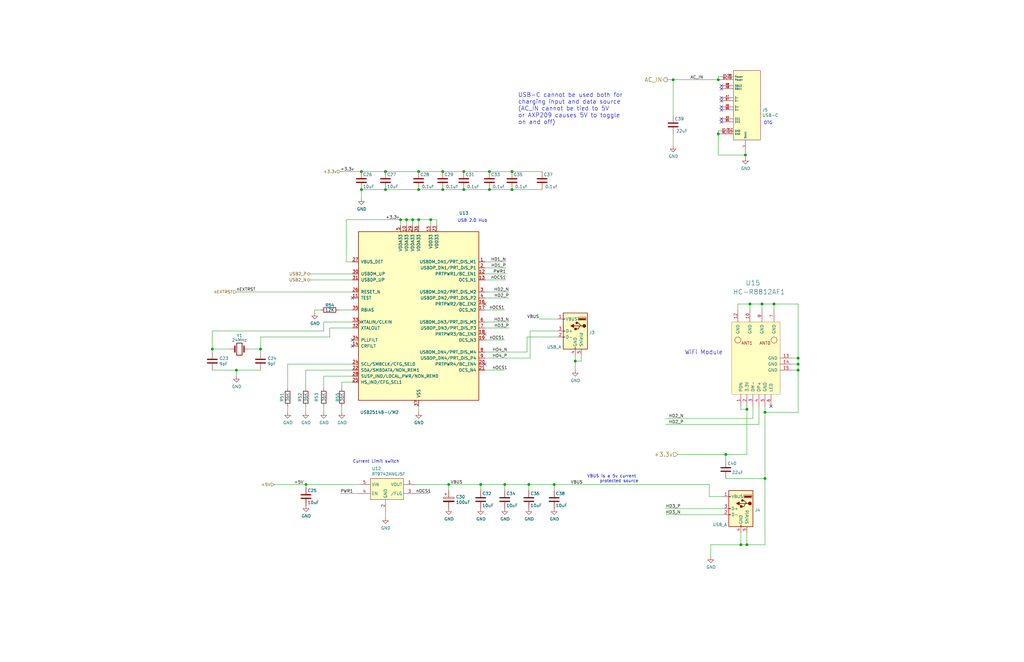
<source format=kicad_sch>
(kicad_sch (version 20211123) (generator eeschema)
  (paper "B")
  (title_block (title "ConnectBox CM4 for China Case") (date "2022-03-18") (rev "1.8.2") (comment 1 "JRA"))
  (lib_symbols
    (symbol "Connector:USB_A" (pin_names (offset 1.016))
      (property "Reference" "J" (at -5.08 11.43 0))
      (property "Value" "USB_A" (at -5.08 8.89 0))
      (symbol "USB_A_0_1"
        (rectangle (start -5.08 -7.62) (end 5.08 7.62) (stroke (width 0.254)) (fill (type background)))
        (circle (center -3.81 2.159) (radius 0.635) (stroke (width 0.254)) (fill (type outline)))
        (rectangle (start -1.524 4.826) (end -4.318 5.334) (fill (type outline)))
        (rectangle (start -1.27 4.572) (end -4.572 5.842))
        (circle (center -0.635 3.429) (radius 0.381) (stroke (width 0.254)) (fill (type outline)))
        (rectangle (start -0.127 -7.62) (end 0.127 -6.858))
        (polyline (pts (xy -3.175 2.159) (xy -2.54 2.159) (xy -1.27 3.429) (xy -0.635 3.429)) (stroke (width 0.254)))
        (polyline (pts (xy -2.54 2.159) (xy -1.905 2.159) (xy -1.27 0.889) (xy 0 0.889)) (stroke (width 0.254)))
        (polyline (pts (xy 0.635 2.794) (xy 0.635 1.524) (xy 1.905 2.159) (xy 0.635 2.794)) (stroke (width 0.254)) (fill (type outline)))
        (rectangle (start 0.254 1.27) (end -0.508 0.508) (stroke (width 0.254)) (fill (type outline)))
        (rectangle (start 5.08 -2.667) (end 4.318 -2.413))
        (rectangle (start 5.08 -0.127) (end 4.318 0.127))
        (rectangle (start 5.08 4.953) (end 4.318 5.207))
      )
      (symbol "USB_A_1_1"
        (polyline (pts (xy -1.905 2.159) (xy 0.635 2.159)) (stroke (width 0.254)))
        (pin power_in line (at 7.62 5.08 180) (length 2.54) (name "VBUS") (number "1"))
        (pin bidirectional line (at 7.62 -2.54 180) (length 2.54) (name "D-") (number "2"))
        (pin bidirectional line (at 7.62 0 180) (length 2.54) (name "D+") (number "3"))
        (pin power_in line (at 0 -10.16 90) (length 2.54) (name "GND") (number "4"))
        (pin passive line (at -2.54 -10.16 90) (length 2.54) (name "Shield") (number "5"))
      )
    )
    (symbol "Custom_1:HC-R8812AU2" (pin_names (offset 1.016))
      (property "Reference" "U" (at -26.67 19.05 0))
      (property "Value" "HC-R8812AU2" (at -33.02 12.7 0))
      (symbol "HC-R8812AU2_0_0"
        (text "ANT0" (at -3.81 21.59 0) (effects (font (size 1.27 1.27))))
        (text "ANT1" (at -11.43 21.59 0) (effects (font (size 1.27 1.27))))
      )
      (symbol "HC-R8812AU2_0_1"
        (rectangle (start -17.78 0) (end 2.54 30.48) (stroke (width 0.0254)) (fill (type background)))
        (circle (center -15.24 22.86) (radius 1.27))
        (circle (center 0 22.86) (radius 1.27))
      )
      (symbol "HC-R8812AU2_1_1"
        (pin input line (at -13.97 -5.08 90) (length 5.08) (name "PDN") (number "1"))
        (pin input line (at -10.16 35.56 270) (length 5.08) (name "GND") (number "10"))
        (pin input line (at -15.24 35.56 270) (length 5.08) (name "GND") (number "12"))
        (pin input line (at 7.62 15.24 180) (length 5.08) (name "GND") (number "13"))
        (pin input line (at 7.62 12.7 180) (length 5.08) (name "GND") (number "14"))
        (pin input line (at 7.62 10.16 180) (length 5.08) (name "GND") (number "15"))
        (pin input line (at -11.43 -5.08 90) (length 5.08) (name "3.3V") (number "2"))
        (pin input line (at -8.89 -5.08 90) (length 5.08) (name "DM-") (number "3"))
        (pin input line (at -6.35 -5.08 90) (length 5.08) (name "DP+") (number "4"))
        (pin input line (at -3.81 -5.08 90) (length 5.08) (name "GND") (number "5"))
        (pin input line (at -1.27 -5.08 90) (length 5.08) (name "LED") (number "6"))
        (pin input line (at 0 35.56 270) (length 5.08) (name "GND") (number "7"))
        (pin input line (at -5.08 35.56 270) (length 5.08) (name "GND") (number "9"))
      )
    )
    (symbol "Custom_1:T9742ANGJ5F"
      (property "Reference" "U" (at -2.54 13.97 0))
      (property "Value" "T9742ANGJ5F" (at 2.54 11.43 0))
      (symbol "T9742ANGJ5F_0_1"
        (rectangle (start -7.62 8.89) (end 6.35 0) (stroke (width 0.1524)) (fill (type background)))
      )
      (symbol "T9742ANGJ5F_1_1"
        (pin power_out line (at 11.43 6.35 180) (length 5.08) (name "VOUT") (number "1"))
        (pin input line (at -1.27 -5.08 90) (length 5.08) (name "GND") (number "2"))
        (pin input line (at 11.43 2.54 180) (length 5.08) (name "/FLG") (number "3"))
        (pin input line (at -12.7 2.54 0) (length 5.08) (name "EN") (number "4"))
        (pin input line (at -12.7 6.35 0) (length 5.08) (name "VIN") (number "5"))
      )
    )
    (symbol "Custom_1:USB-C"
      (property "Reference" "P" (at -2.54 17.78 0))
      (property "Value" "USB-C" (at -10.16 -7.62 0))
      (symbol "USB-C_0_1"
        (rectangle (start -5.08 16.51) (end 6.35 -12.7) (stroke (width 0.1524)) (fill (type background)))
      )
      (symbol "USB-C_1_1"
        (pin input line (at 1.27 -17.78 90) (length 5.08) (name "Shell") (number "1"))
        (pin input line (at 11.43 -8.89 180) (length 5.08) (name "GND") (number "A1/B12"))
        (pin input line (at 11.43 13.97 180) (length 5.08) (name "Power") (number "A4/B9"))
        (pin input line (at 11.43 -3.81 180) (length 5.08) (name "CC1") (number "A5"))
        (pin input line (at 11.43 1.27 180) (length 5.08) (name "D+") (number "A6"))
        (pin input line (at 11.43 5.08 180) (length 5.08) (name "D-") (number "A7"))
        (pin input line (at 11.43 8.89 180) (length 5.08) (name "SBU1") (number "A8"))
        (pin input line (at 11.43 -10.16 180) (length 5.08) (name "GND") (number "B1/A12"))
        (pin input line (at 11.43 12.7 180) (length 5.08) (name "Power") (number "B4/A9"))
        (pin input line (at 11.43 -5.08 180) (length 5.08) (name "CC2") (number "B5"))
        (pin input line (at 11.43 0 180) (length 5.08) (name "D+") (number "B6"))
        (pin input line (at 11.43 3.81 180) (length 5.08) (name "D-") (number "B7"))
        (pin input line (at 11.43 10.16 180) (length 5.08) (name "SBU2") (number "B8"))
      )
    )
    (symbol "Device:C" (pin_numbers hide) (pin_names (offset 0.254))
      (property "Reference" "C" (at 0.635 2.54 0))
      (property "Value" "C" (at 0.635 -2.54 0))
      (symbol "C_0_1"
        (polyline (pts (xy -2.032 -0.762) (xy 2.032 -0.762)) (stroke (width 0.508)))
        (polyline (pts (xy -2.032 0.762) (xy 2.032 0.762)) (stroke (width 0.508)))
      )
      (symbol "C_1_1"
        (pin passive line (at 0 3.81 270) (length 2.794) (name "~") (number "1"))
        (pin passive line (at 0 -3.81 90) (length 2.794) (name "~") (number "2"))
      )
    )
    (symbol "Device:CP" (pin_numbers hide) (pin_names (offset 0.254))
      (property "Reference" "C" (at 0.635 2.54 0))
      (property "Value" "CP" (at 0.635 -2.54 0))
      (symbol "CP_0_1"
        (rectangle (start -2.286 0.508) (end 2.286 1.016))
        (polyline (pts (xy -1.778 2.286) (xy -0.762 2.286)))
        (polyline (pts (xy -1.27 2.794) (xy -1.27 1.778)))
        (rectangle (start 2.286 -0.508) (end -2.286 -1.016) (fill (type outline)))
      )
      (symbol "CP_1_1"
        (pin passive line (at 0 3.81 270) (length 2.794) (name "~") (number "1"))
        (pin passive line (at 0 -3.81 90) (length 2.794) (name "~") (number "2"))
      )
    )
    (symbol "Device:Crystal" (pin_numbers hide) (pin_names (offset 1.016) hide)
      (property "Reference" "Y" (at 0 3.81 0))
      (property "Value" "Crystal" (at 0 -3.81 0))
      (symbol "Crystal_0_1"
        (rectangle (start -1.143 2.54) (end 1.143 -2.54) (stroke (width 0.3048)))
        (polyline (pts (xy -2.54 0) (xy -1.905 0)))
        (polyline (pts (xy -1.905 -1.27) (xy -1.905 1.27)) (stroke (width 0.508)))
        (polyline (pts (xy 1.905 -1.27) (xy 1.905 1.27)) (stroke (width 0.508)))
        (polyline (pts (xy 2.54 0) (xy 1.905 0)))
      )
      (symbol "Crystal_1_1"
        (pin passive line (at -3.81 0 0) (length 1.27) (name "1") (number "1"))
        (pin passive line (at 3.81 0 180) (length 1.27) (name "2") (number "2"))
      )
    )
    (symbol "Device:R" (pin_numbers hide) (pin_names (offset 0))
      (property "Reference" "R" (at 2.032 0 90))
      (property "Value" "R" (at 0 0 90))
      (symbol "R_0_1"
        (rectangle (start -1.016 -2.54) (end 1.016 2.54) (stroke (width 0.254)))
      )
      (symbol "R_1_1"
        (pin passive line (at 0 3.81 270) (length 1.27) (name "~") (number "1"))
        (pin passive line (at 0 -3.81 90) (length 1.27) (name "~") (number "2"))
      )
    )
    (symbol "Interface_USB:USB2514B_Bi" (pin_names (offset 1.016))
      (property "Reference" "U" (at -17.78 40.64 0))
      (property "Value" "USB2514B_Bi" (at -20.32 38.1 0))
      (symbol "USB2514B_Bi_0_1"
        (rectangle (start -25.4 35.56) (end 25.4 -35.56) (stroke (width 0.254)) (fill (type background)))
      )
      (symbol "USB2514B_Bi_1_1"
        (pin bidirectional line (at 27.94 22.86 180) (length 2.54) (name "USBDM_DN1/PRT_DIS_M1") (number "1"))
        (pin power_in line (at -5.08 38.1 270) (length 2.54) (name "VDDA33") (number "10"))
        (pin input line (at -27.94 7.62 0) (length 2.54) (name "TEST") (number "11"))
        (pin bidirectional line (at 27.94 17.78 180) (length 2.54) (name "PRTPWR1/BC_EN1") (number "12"))
        (pin input line (at 27.94 15.24 180) (length 2.54) (name "OCS_N1") (number "13"))
        (pin input line (at -27.94 -12.7 0) (length 2.54) (name "CRFILT") (number "14"))
        (pin power_in line (at 5.08 38.1 270) (length 2.54) (name "VDD33") (number "15"))
        (pin bidirectional line (at 27.94 5.08 180) (length 2.54) (name "PRTPWR2/BC_EN2") (number "16"))
        (pin input line (at 27.94 2.54 180) (length 2.54) (name "OCS_N2") (number "17"))
        (pin bidirectional line (at 27.94 -7.62 180) (length 2.54) (name "PRTPWR3/BC_EN3") (number "18"))
        (pin input line (at 27.94 -10.16 180) (length 2.54) (name "OCS_N3") (number "19"))
        (pin bidirectional line (at 27.94 20.32 180) (length 2.54) (name "USBDP_DN1/PRT_DIS_P1") (number "2"))
        (pin bidirectional line (at 27.94 -20.32 180) (length 2.54) (name "PRTPWR4/BC_EN4") (number "20"))
        (pin input line (at 27.94 -22.86 180) (length 2.54) (name "OCS_N4") (number "21"))
        (pin bidirectional line (at -27.94 -22.86 0) (length 2.54) (name "SDA/SMBDATA/NON_REM1") (number "22"))
        (pin power_in line (at 7.62 38.1 270) (length 2.54) (name "VDD33") (number "23"))
        (pin bidirectional line (at -27.94 -20.32 0) (length 2.54) (name "SCL/SMBCLK/CFG_SEL0") (number "24"))
        (pin bidirectional line (at -27.94 -27.94 0) (length 2.54) (name "HS_IND/CFG_SEL1") (number "25"))
        (pin input line (at -27.94 10.16 0) (length 2.54) (name "RESET_N") (number "26"))
        (pin input line (at -27.94 22.86 0) (length 2.54) (name "VBUS_DET") (number "27"))
        (pin bidirectional line (at -27.94 -25.4 0) (length 2.54) (name "SUSP_IND/LOCAL_PWR/NON_REM0") (number "28"))
        (pin power_in line (at -2.54 38.1 270) (length 2.54) (name "VDDA33") (number "29"))
        (pin bidirectional line (at 27.94 10.16 180) (length 2.54) (name "USBDM_DN2/PRT_DIS_M2") (number "3"))
        (pin bidirectional line (at -27.94 17.78 0) (length 2.54) (name "USBDM_UP") (number "30"))
        (pin bidirectional line (at -27.94 15.24 0) (length 2.54) (name "USBDP_UP") (number "31"))
        (pin output line (at -27.94 -5.08 0) (length 2.54) (name "XTALOUT") (number "32"))
        (pin input clock (at -27.94 -2.54 0) (length 2.54) (name "XTALIN/CLKIN") (number "33"))
        (pin input line (at -27.94 -10.16 0) (length 2.54) (name "PLLFILT") (number "34"))
        (pin input line (at -27.94 2.54 0) (length 2.54) (name "RBIAS") (number "35"))
        (pin power_in line (at 0 38.1 270) (length 2.54) (name "VDDA33") (number "36"))
        (pin power_in line (at 0 -38.1 90) (length 2.54) (name "VSS") (number "37"))
        (pin bidirectional line (at 27.94 7.62 180) (length 2.54) (name "USBDP_DN2/PRT_DIS_P2") (number "4"))
        (pin power_in line (at -7.62 38.1 270) (length 2.54) (name "VDDA33") (number "5"))
        (pin bidirectional line (at 27.94 -2.54 180) (length 2.54) (name "USBDM_DN3/PRT_DIS_M3") (number "6"))
        (pin bidirectional line (at 27.94 -5.08 180) (length 2.54) (name "USBDP_DN3/PRT_DIS_P3") (number "7"))
        (pin bidirectional line (at 27.94 -15.24 180) (length 2.54) (name "USBDM_DN4/PRT_DIS_M4") (number "8"))
        (pin bidirectional line (at 27.94 -17.78 180) (length 2.54) (name "USBDP_DN4/PRT_DIS_P4") (number "9"))
      )
    )
    (symbol "power:GND" (power) (pin_names (offset 0))
      (property "Value" "GND" (at 0 -3.81 0))
      (symbol "GND_0_1"
        (polyline (pts (xy 0 0) (xy 0 -1.27) (xy 1.27 -1.27) (xy 0 -2.54) (xy -1.27 -1.27) (xy 0 -1.27)))
      )
      (symbol "GND_1_1"
        (pin power_in line (at 0 0 270) (length 0) hide (name "GND") (number "1"))
      )
    )
  )
  (junction (at 168.91 92.71) (diameter 1.016))
  (junction (at 186.69 72.39) (diameter 1.016))
  (junction (at 176.53 92.71) (diameter 1.016))
  (junction (at 173.99 92.71) (diameter 1.016))
  (junction (at 181.61 92.71) (diameter 1.016))
  (junction (at 321.31 128.27) (diameter 1.016))
  (junction (at 233.68 204.47) (diameter 1.016))
  (junction (at 99.695 156.21) (diameter 1.016))
  (junction (at 302.895 56.515) (diameter 1.016))
  (junction (at 202.692 204.47) (diameter 1.016))
  (junction (at 314.96 229.87) (diameter 1.016))
  (junction (at 171.45 92.71) (diameter 1.016))
  (junction (at 322.58 201.93) (diameter 1.016))
  (junction (at 206.375 72.39) (diameter 1.016))
  (junction (at 223.012 204.47) (diameter 1.016))
  (junction (at 316.23 128.27) (diameter 1.016))
  (junction (at 336.55 156.21) (diameter 1.016))
  (junction (at 326.39 128.27) (diameter 1.016))
  (junction (at 129.032 204.47))
  (junction (at 336.55 151.13) (diameter 1.016))
  (junction (at 162.56 80.01) (diameter 1.016))
  (junction (at 322.58 173.99) (diameter 1.016))
  (junction (at 195.58 80.01) (diameter 1.016))
  (junction (at 189.23 204.47) (diameter 1.016))
  (junction (at 215.9 72.39) (diameter 1.016))
  (junction (at 314.96 172.72) (diameter 1.016))
  (junction (at 152.4 80.01) (diameter 1.016))
  (junction (at 242.57 152.4) (diameter 1.016))
  (junction (at 206.375 80.01) (diameter 1.016))
  (junction (at 162.56 72.39) (diameter 1.016))
  (junction (at 283.845 33.655) (diameter 1.016))
  (junction (at 186.69 80.01) (diameter 1.016))
  (junction (at 212.852 204.47) (diameter 1.016))
  (junction (at 195.58 72.39) (diameter 1.016))
  (junction (at 215.9 80.01) (diameter 1.016))
  (junction (at 312.42 229.87) (diameter 1.016))
  (junction (at 109.855 147.32) (diameter 1.016))
  (junction (at 176.53 80.01) (diameter 1.016))
  (junction (at 302.895 33.655) (diameter 1.016))
  (junction (at 314.325 65.405) (diameter 1.016))
  (junction (at 306.07 191.77) (diameter 1.016))
  (junction (at 152.4 72.39) (diameter 1.016))
  (junction (at 336.55 153.67) (diameter 1.016))
  (junction (at 176.53 72.39) (diameter 1.016))
  (junction (at 89.535 147.32) (diameter 1.016))
  (no_connect (at 325.12 171.45))
  (no_connect (at 304.165 37.465))
  (no_connect (at 304.165 41.275))
  (no_connect (at 304.165 46.355))
  (no_connect (at 304.165 45.085))
  (no_connect (at 304.165 42.545))
  (no_connect (at 304.165 51.435))
  (no_connect (at 304.165 50.165))
  (no_connect (at 148.59 143.51))
  (no_connect (at 148.59 125.73))
  (no_connect (at 304.165 36.195))
  (no_connect (at 204.47 128.27))
  (no_connect (at 204.47 140.97))
  (no_connect (at 204.47 153.67))
  (no_connect (at 148.59 146.05))
  (wire (pts (xy 144.145 171.45) (xy 144.145 173.99)))
  (wire (pts (xy 129.032 204.47) (xy 151.13 204.47)))
  (wire (pts (xy 89.535 139.7) (xy 89.535 147.32)))
  (wire (pts (xy 144.145 161.29) (xy 148.59 161.29)))
  (wire (pts (xy 280.67 179.07) (xy 320.04 179.07)))
  (wire (pts (xy 320.04 171.45) (xy 320.04 179.07)))
  (wire (pts (xy 304.165 33.655) (xy 302.895 33.655)))
  (wire (pts (xy 223.012 204.47) (xy 223.012 207.01)))
  (wire (pts (xy 128.905 171.45) (xy 128.905 173.99)))
  (wire (pts (xy 299.085 209.55) (xy 299.085 204.47)))
  (wire (pts (xy 304.165 55.245) (xy 302.895 55.245)))
  (wire (pts (xy 242.57 149.86) (xy 242.57 152.4)))
  (wire (pts (xy 242.57 152.4) (xy 242.57 156.21)))
  (wire (pts (xy 306.07 191.77) (xy 314.96 191.77)))
  (wire (pts (xy 136.525 158.75) (xy 148.59 158.75)))
  (wire (pts (xy 204.47 143.51) (xy 212.725 143.51)))
  (wire (pts (xy 202.692 204.47) (xy 212.852 204.47)))
  (wire (pts (xy 204.47 138.43) (xy 214.63 138.43)))
  (wire (pts (xy 312.42 229.87) (xy 314.96 229.87)))
  (wire (pts (xy 314.96 229.87) (xy 322.58 229.87)))
  (wire (pts (xy 336.55 153.67) (xy 336.55 151.13)))
  (wire (pts (xy 128.905 163.83) (xy 128.905 156.21)))
  (wire (pts (xy 326.39 130.81) (xy 326.39 128.27)))
  (wire (pts (xy 128.905 156.21) (xy 148.59 156.21)))
  (wire (pts (xy 321.31 128.27) (xy 321.31 130.81)))
  (wire (pts (xy 204.47 125.73) (xy 214.63 125.73)))
  (wire (pts (xy 314.96 172.72) (xy 314.96 191.77)))
  (wire (pts (xy 326.39 128.27) (xy 321.31 128.27)))
  (wire (pts (xy 222.25 142.24) (xy 234.95 142.24)))
  (wire (pts (xy 222.25 148.59) (xy 222.25 142.24)))
  (wire (pts (xy 168.91 92.71) (xy 171.45 92.71)))
  (wire (pts (xy 171.45 92.71) (xy 173.99 92.71)))
  (wire (pts (xy 173.99 92.71) (xy 176.53 92.71)))
  (wire (pts (xy 176.53 92.71) (xy 181.61 92.71)))
  (wire (pts (xy 181.61 92.71) (xy 184.15 92.71)))
  (wire (pts (xy 184.15 92.71) (xy 184.15 95.25)))
  (wire (pts (xy 136.525 171.45) (xy 136.525 173.99)))
  (wire (pts (xy 104.775 147.32) (xy 109.855 147.32)))
  (wire (pts (xy 139.065 142.24) (xy 109.855 142.24)))
  (wire (pts (xy 204.47 118.11) (xy 213.36 118.11)))
  (wire (pts (xy 280.67 217.17) (xy 304.8 217.17)))
  (wire (pts (xy 171.45 92.71) (xy 171.45 95.25)))
  (wire (pts (xy 304.165 56.515) (xy 302.895 56.515)))
  (wire (pts (xy 283.845 33.655) (xy 283.845 48.895)))
  (wire (pts (xy 175.26 204.47) (xy 189.23 204.47)))
  (wire (pts (xy 99.695 123.19) (xy 148.59 123.19)))
  (wire (pts (xy 223.52 139.7) (xy 223.52 151.13)))
  (wire (pts (xy 234.95 139.7) (xy 223.52 139.7)))
  (wire (pts (xy 144.145 163.83) (xy 144.145 161.29)))
  (wire (pts (xy 336.55 173.99) (xy 336.55 156.21)))
  (wire (pts (xy 175.26 208.28) (xy 180.975 208.28)))
  (wire (pts (xy 204.47 148.59) (xy 222.25 148.59)))
  (wire (pts (xy 148.59 138.43) (xy 139.065 138.43)))
  (wire (pts (xy 89.535 148.59) (xy 89.535 147.32)))
  (wire (pts (xy 314.96 224.79) (xy 314.96 229.87)))
  (wire (pts (xy 281.305 33.655) (xy 283.845 33.655)))
  (wire (pts (xy 283.845 33.655) (xy 302.895 33.655)))
  (wire (pts (xy 148.59 110.49) (xy 146.05 110.49)))
  (wire (pts (xy 212.852 204.47) (xy 223.012 204.47)))
  (wire (pts (xy 129.032 205.74) (xy 129.032 204.47)))
  (wire (pts (xy 306.07 191.77) (xy 306.07 194.31)))
  (wire (pts (xy 136.525 139.7) (xy 89.535 139.7)))
  (wire (pts (xy 322.58 173.99) (xy 322.58 201.93)))
  (wire (pts (xy 302.895 33.655) (xy 302.895 32.385)))
  (wire (pts (xy 314.325 65.405) (xy 314.325 66.675)))
  (wire (pts (xy 146.05 110.49) (xy 146.05 92.71)))
  (wire (pts (xy 322.58 171.45) (xy 322.58 173.99)))
  (wire (pts (xy 283.845 56.515) (xy 283.845 61.595)))
  (wire (pts (xy 204.47 113.03) (xy 213.36 113.03)))
  (wire (pts (xy 181.61 92.71) (xy 181.61 95.25)))
  (wire (pts (xy 302.895 65.405) (xy 314.325 65.405)))
  (wire (pts (xy 312.42 172.72) (xy 314.96 172.72)))
  (wire (pts (xy 136.525 163.83) (xy 136.525 158.75)))
  (wire (pts (xy 204.47 115.57) (xy 213.36 115.57)))
  (wire (pts (xy 212.852 204.47) (xy 212.852 207.01)))
  (wire (pts (xy 121.285 171.45) (xy 121.285 173.99)))
  (wire (pts (xy 280.67 176.53) (xy 317.5 176.53)))
  (wire (pts (xy 317.5 171.45) (xy 317.5 176.53)))
  (wire (pts (xy 99.695 156.21) (xy 109.855 156.21)))
  (wire (pts (xy 280.67 214.63) (xy 304.8 214.63)))
  (wire (pts (xy 285.75 191.77) (xy 306.07 191.77)))
  (wire (pts (xy 233.68 204.47) (xy 299.085 204.47)))
  (wire (pts (xy 299.085 209.55) (xy 304.8 209.55)))
  (wire (pts (xy 176.53 171.45) (xy 176.53 173.99)))
  (wire (pts (xy 322.58 201.93) (xy 306.07 201.93)))
  (wire (pts (xy 334.01 153.67) (xy 336.55 153.67)))
  (wire (pts (xy 336.55 156.21) (xy 336.55 153.67)))
  (wire (pts (xy 302.895 56.515) (xy 302.895 55.245)))
  (wire (pts (xy 115.57 204.47) (xy 129.032 204.47)))
  (wire (pts (xy 312.42 224.79) (xy 312.42 229.87)))
  (wire (pts (xy 204.47 123.19) (xy 214.63 123.19)))
  (wire (pts (xy 321.31 128.27) (xy 316.23 128.27)))
  (wire (pts (xy 89.535 156.21) (xy 99.695 156.21)))
  (wire (pts (xy 189.23 204.47) (xy 202.692 204.47)))
  (wire (pts (xy 143.51 72.39) (xy 152.4 72.39)))
  (wire (pts (xy 152.4 72.39) (xy 162.56 72.39)))
  (wire (pts (xy 148.59 115.57) (xy 130.81 115.57)))
  (wire (pts (xy 314.325 64.135) (xy 314.325 65.405)))
  (wire (pts (xy 136.525 135.89) (xy 136.525 139.7)))
  (wire (pts (xy 242.57 152.4) (xy 245.11 152.4)))
  (wire (pts (xy 245.11 149.86) (xy 245.11 152.4)))
  (wire (pts (xy 176.53 92.71) (xy 176.53 95.25)))
  (wire (pts (xy 227.33 134.62) (xy 234.95 134.62)))
  (wire (pts (xy 302.895 56.515) (xy 302.895 65.405)))
  (wire (pts (xy 304.165 32.385) (xy 302.895 32.385)) (stroke (width 0.1524)))
  (wire (pts (xy 132.715 130.81) (xy 132.715 132.08)))
  (wire (pts (xy 162.56 215.9) (xy 162.56 218.44)))
  (wire (pts (xy 204.47 110.49) (xy 213.36 110.49)))
  (wire (pts (xy 311.15 128.27) (xy 311.15 130.81)))
  (wire (pts (xy 121.285 153.67) (xy 148.59 153.67)))
  (wire (pts (xy 130.81 118.11) (xy 148.59 118.11)))
  (wire (pts (xy 314.96 171.45) (xy 314.96 172.72)))
  (wire (pts (xy 316.23 128.27) (xy 311.15 128.27)))
  (wire (pts (xy 135.255 130.81) (xy 132.715 130.81)))
  (wire (pts (xy 162.56 72.39) (xy 176.53 72.39)))
  (wire (pts (xy 176.53 72.39) (xy 186.69 72.39)))
  (wire (pts (xy 186.69 72.39) (xy 195.58 72.39)))
  (wire (pts (xy 195.58 72.39) (xy 206.375 72.39)))
  (wire (pts (xy 206.375 72.39) (xy 215.9 72.39)))
  (wire (pts (xy 215.9 72.39) (xy 228.6 72.39)))
  (wire (pts (xy 204.47 156.21) (xy 212.725 156.21)))
  (wire (pts (xy 336.55 151.13) (xy 334.01 151.13)))
  (wire (pts (xy 142.875 130.81) (xy 148.59 130.81)))
  (wire (pts (xy 316.23 128.27) (xy 316.23 130.81)))
  (wire (pts (xy 322.58 173.99) (xy 336.55 173.99)))
  (wire (pts (xy 189.23 204.47) (xy 189.23 207.01)))
  (wire (pts (xy 299.72 229.87) (xy 299.72 234.95)))
  (wire (pts (xy 312.42 229.87) (xy 299.72 229.87)))
  (wire (pts (xy 233.68 207.01) (xy 233.68 204.47)))
  (wire (pts (xy 223.012 204.47) (xy 233.68 204.47)))
  (wire (pts (xy 121.285 163.83) (xy 121.285 153.67)))
  (wire (pts (xy 139.065 138.43) (xy 139.065 142.24)))
  (wire (pts (xy 109.855 147.32) (xy 109.855 148.59)))
  (wire (pts (xy 204.47 130.81) (xy 212.725 130.81)))
  (wire (pts (xy 136.525 135.89) (xy 148.59 135.89)))
  (wire (pts (xy 326.39 128.27) (xy 336.55 128.27)))
  (wire (pts (xy 146.05 92.71) (xy 168.91 92.71)))
  (wire (pts (xy 312.42 171.45) (xy 312.42 172.72)))
  (wire (pts (xy 99.695 156.21) (xy 99.695 158.75)))
  (wire (pts (xy 152.4 83.82) (xy 152.4 80.01)))
  (wire (pts (xy 336.55 128.27) (xy 336.55 151.13)))
  (wire (pts (xy 202.692 207.01) (xy 202.692 204.47)))
  (wire (pts (xy 334.01 156.21) (xy 336.55 156.21)))
  (wire (pts (xy 152.4 80.01) (xy 162.56 80.01)))
  (wire (pts (xy 162.56 80.01) (xy 176.53 80.01)))
  (wire (pts (xy 176.53 80.01) (xy 186.69 80.01)))
  (wire (pts (xy 186.69 80.01) (xy 195.58 80.01)))
  (wire (pts (xy 195.58 80.01) (xy 206.375 80.01)))
  (wire (pts (xy 206.375 80.01) (xy 215.9 80.01)))
  (wire (pts (xy 215.9 80.01) (xy 228.6 80.01)))
  (wire (pts (xy 322.58 201.93) (xy 322.58 229.87)))
  (wire (pts (xy 204.47 151.13) (xy 223.52 151.13)))
  (wire (pts (xy 173.99 92.71) (xy 173.99 95.25)))
  (wire (pts (xy 89.535 147.32) (xy 97.155 147.32)))
  (wire (pts (xy 109.855 142.24) (xy 109.855 147.32)))
  (wire (pts (xy 168.91 92.71) (xy 168.91 95.25)))
  (wire (pts (xy 204.47 135.89) (xy 214.63 135.89)))
  (wire (pts (xy 143.51 208.28) (xy 151.13 208.28)))
  (text "Current Limit switch" (at 168.402 195.58 180) (effects (font (size 1.27 1.27)) (justify right bottom)))
  (text "USB-C cannot be used both for\ncharging input and data source\n(AC_IN cannot be tied to 5V\nor AXP209 causes 5V to toggle\non and off)" (at 218.44 52.705 0) (effects (font (size 1.778 1.778)) (justify left bottom)))
  (text "USB 2.0 Hub" (at 205.5368 93.9292 180) (effects (font (size 1.27 1.27)) (justify right bottom)))
  (text "OTG" (at 325.755 52.705 180) (effects (font (size 1.27 1.27)) (justify right bottom)))
  (text "VBUS is a 5v current \nprotected source" (at 269.24 203.835 180) (effects (font (size 1.27 1.27)) (justify right bottom)))
  (text "WiFi Module" (at 304.8 149.86 180) (effects (font (size 1.778 1.778)) (justify right bottom)))
  (label "nOCS1" (at 212.725 143.51 180))
  (label "nOCS1" (at 212.725 130.81 180))
  (label "+3.3v" (at 162.56 92.71 0))
  (label "HD1_P" (at 213.36 113.03 180))
  (label "nOCS1" (at 207.645 156.21 0))
  (label "+3.3v" (at 143.51 72.39 0))
  (label "HD2_P" (at 214.63 125.73 180))
  (label "+5V" (at 123.952 204.47 0))
  (label "HD2_N" (at 214.63 123.19 180))
  (label "VBUS" (at 227.33 134.62 180))
  (label "nEXTRST" (at 99.695 123.19 0))
  (label "VBUS" (at 189.992 204.47 0))
  (label "HD4_P" (at 207.645 151.13 0))
  (label "HD2_N" (at 288.29 176.53 180))
  (label "HD1_N" (at 213.36 110.49 180))
  (label "nOCS1" (at 175.387 208.28 0))
  (label "PWR1" (at 143.51 208.28 0))
  (label "HD3_P" (at 287.02 214.63 180))
  (label "HD2_P" (at 288.29 179.07 180))
  (label "HD3_P" (at 214.63 138.43 180))
  (label "HD3_N" (at 287.02 217.17 180))
  (label "AC_IN" (at 296.545 33.655 180))
  (label "HD4_N" (at 207.645 148.59 0))
  (label "VBUS" (at 245.745 204.47 180))
  (label "PWR1" (at 213.36 115.57 180))
  (label "HD3_N" (at 214.63 135.89 180))
  (label "nOCS1" (at 213.36 118.11 180))
  (hierarchical_label "USB2_N" (shape bidirectional) (at 130.81 118.11 180))
  (hierarchical_label "+5V" (shape input) (at 115.57 204.47 180))
  (hierarchical_label "+3.3v" (shape input) (at 143.51 72.39 180))
  (hierarchical_label "AC_IN" (shape output) (at 281.305 33.655 180) (effects (font (size 1.778 1.778))))
  (hierarchical_label "+3.3v" (shape input) (at 285.75 191.77 180) (effects (font (size 1.778 1.778))))
  (hierarchical_label "nEXTRST" (shape input) (at 99.695 123.19 180))
  (hierarchical_label "USB2_P" (shape bidirectional) (at 130.81 115.57 180))
  (symbol (lib_id "Connector:USB_A") (at 242.57 139.7 0) (mirror y) (unit 1)
    (property "Reference" "J3" (at 248.4121 140.3361 0) (effects (justify right)))
    (property "Value" "USB_A" (at 230.6321 146.4448 0) (effects (justify right)))
    (property "Footprint" "CustomComponents:USB_A_CUI_smd" (effects hide))
    (property "Datasheet" " ~" (effects hide))
    (property "Manufacturer" "CUI Devices" (effects hide))
    (property "Manufacturer P/N" "UJ2-AH-1-SMT-TR" (effects hide))
    (property "Description" "USB-A  USB 2.0 Receptacle Surface Mount" (effects hide))
    (property "DigiKey P/N" "102-4133-1-ND" (effects hide))
    (property "Type" "SMD" (effects hide))
  )
  (symbol (lib_id "power:GND") (at 99.695 158.75 0) (unit 1)
    (property "Reference" "#PWR021" (effects hide))
    (property "Value" "GND" (at 99.822 163.1442 0))
  )
  (symbol (lib_id "Device:C") (at 89.535 152.4 0) (unit 1)
    (property "Reference" "C23" (at 92.456 151.2316 0) (effects (justify left)))
    (property "Value" "9pF" (at 92.456 153.543 0) (effects (justify left)))
    (property "Footprint" "Capacitor_SMD:C_0603_1608Metric" (effects hide))
    (property "Manufacturer" "TDK" (effects hide))
    (property "Manufacturer P/N" "CGA3E2C0G1H090D080AA" (effects hide))
    (property "Description" "9 pF ±0.5pF 50V Ceramic Capacitor C0G, NP0 0603 (1608 Metric)" (effects hide))
    (property "DigiKey P/N" "445-5627-1-ND" (effects hide))
    (property "Type" "SMD" (effects hide))
  )
  (symbol (lib_id "power:GND") (at 202.692 214.63 0) (unit 1)
    (property "Reference" "#PWR032" (effects hide))
    (property "Value" "GND" (at 202.819 219.0242 0))
  )
  (symbol (lib_id "power:GND") (at 176.53 173.99 0) (unit 1)
    (property "Reference" "#PWR030" (effects hide))
    (property "Value" "GND" (at 176.657 178.3842 0))
  )
  (symbol (lib_id "power:GND") (at 242.57 156.21 0) (unit 1)
    (property "Reference" "#PWR037" (effects hide))
    (property "Value" "GND" (at 242.697 160.6042 0))
  )
  (symbol (lib_id "power:GND") (at 233.68 214.63 0) (unit 1)
    (property "Reference" "#PWR035" (effects hide))
    (property "Value" "GND" (at 233.807 219.0242 0))
  )
  (symbol (lib_id "Device:C") (at 162.56 76.2 0) (unit 1)
    (property "Reference" "C27" (at 163.195 73.66 0) (effects (justify left)))
    (property "Value" "10uF" (at 163.195 78.74 0) (effects (justify left)))
    (property "Footprint" "Capacitor_SMD:C_0603_1608Metric" (effects hide))
    (property "Manufacturer" "Samsung Electro-Mechanics" (effects hide))
    (property "Manufacturer P/N" "C0603C106M9PACTU" (effects hide))
    (property "Description" "CAP CER 10UF 6.3V X5R 0603" (effects hide))
    (property "DigiKey P/N" "399-C0603C106M9PAC7867CT-ND" (effects hide))
    (property "Type" "SMD" (effects hide))
  )
  (symbol (lib_id "Device:C") (at 283.845 52.705 0) (unit 1)
    (property "Reference" "C39" (at 284.48 50.165 0) (effects (justify left)))
    (property "Value" "22uF" (at 285.115 55.245 0) (effects (justify left)))
    (property "Footprint" "Capacitor_SMD:C_0603_1608Metric" (effects hide))
    (property "Manufacturer" "Samsung" (effects hide))
    (property "Manufacturer P/N" "CL10A226MQ8NRNC" (effects hide))
    (property "Description" "CAP CER 22UF 6.3V X5R 0603" (effects hide))
    (property "DigiKey P/N" "1276-1193-1-ND" (effects hide))
    (property "Type" "SMD" (effects hide))
  )
  (symbol (lib_id "Device:C") (at 109.855 152.4 0) (unit 1)
    (property "Reference" "C24" (at 112.776 151.2316 0) (effects (justify left)))
    (property "Value" "9pF" (at 112.776 153.543 0) (effects (justify left)))
    (property "Footprint" "Capacitor_SMD:C_0603_1608Metric" (effects hide))
    (property "Manufacturer" "TDK" (effects hide))
    (property "Manufacturer P/N" "CGA3E2C0G1H090D080AA" (effects hide))
    (property "Description" "9 pF ±0.5pF 50V Ceramic Capacitor C0G, NP0 0603 (1608 Metric)" (effects hide))
    (property "DigiKey P/N" "445-5627-1-ND" (effects hide))
    (property "Type" "SMD" (effects hide))
  )
  (symbol (lib_id "Device:R") (at 139.065 130.81 90) (unit 1)
    (property "Reference" "R54" (at 139.065 128.778 90))
    (property "Value" "12K" (at 139.065 130.81 90))
    (property "Footprint" "Resistor_SMD:R_0603_1608Metric" (effects hide))
    (property "Manufacturer" "Yageo" (effects hide))
    (property "Manufacturer P/N" "RC0603FR-0712KL" (effects hide))
    (property "Description" "RES SMD 12K OHM 1% 1/8W 0603" (effects hide))
    (property "DigiKey P/N" "311-12.0KHRCT-ND" (effects hide))
    (property "Type" "SMD" (effects hide))
  )
  (symbol (lib_id "power:GND") (at 121.285 173.99 0) (unit 1)
    (property "Reference" "#PWR022" (effects hide))
    (property "Value" "GND" (at 121.412 178.3842 0))
  )
  (symbol (lib_id "Device:R") (at 144.145 167.64 0) (unit 1)
    (property "Reference" "R55" (at 142.367 167.64 90))
    (property "Value" "36K" (at 144.145 167.64 90))
    (property "Footprint" "Resistor_SMD:R_0603_1608Metric" (effects hide))
    (property "Manufacturer" "Yageo" (effects hide))
    (property "Manufacturer P/N" "RC0603FR-0736KL" (effects hide))
    (property "Description" "RES SMD 36K OHM 1% 1/8W 0603" (effects hide))
    (property "DigiKey P/N" "311-36.0KHRCT-ND" (effects hide))
    (property "Type" "SMD" (effects hide))
  )
  (symbol (lib_id "power:GND") (at 223.012 214.63 0) (unit 1)
    (property "Reference" "#PWR034" (effects hide))
    (property "Value" "GND" (at 223.139 219.0242 0))
  )
  (symbol (lib_id "Connector:USB_A") (at 312.42 214.63 0) (mirror y) (unit 1)
    (property "Reference" "J4" (at 318.2621 215.2661 0) (effects (justify right)))
    (property "Value" "USB_A" (at 300.4821 221.3748 0) (effects (justify right)))
    (property "Footprint" "CustomComponents:USB_A_CUI_smd" (effects hide))
    (property "Datasheet" " ~" (effects hide))
    (property "Manufacturer" "CUI Devices" (effects hide))
    (property "Manufacturer P/N" "UJ2-AH-1-SMT-TR" (effects hide))
    (property "Description" "USB-A  USB 2.0 Receptacle Surface Mount" (effects hide))
    (property "DigiKey P/N" "102-4133-1-ND" (effects hide))
    (property "Type" "SMD" (effects hide))
  )
  (symbol (lib_id "power:GND") (at 283.845 61.595 0) (unit 1)
    (property "Reference" "#PWR038" (effects hide))
    (property "Value" "GND" (at 283.972 65.9892 0))
  )
  (symbol (lib_id "Device:C") (at 223.012 210.82 0) (unit 1)
    (property "Reference" "C36" (at 223.647 208.28 0) (effects (justify left)))
    (property "Value" "10uF" (at 223.647 213.36 0) (effects (justify left)))
    (property "Footprint" "Capacitor_SMD:C_0603_1608Metric" (effects hide))
    (property "Manufacturer" "Samsung Electro-Mechanics" (effects hide))
    (property "Manufacturer P/N" "C0603C106M9PACTU" (effects hide))
    (property "Description" "CAP CER 10UF 6.3V X5R 0603" (effects hide))
    (property "DigiKey P/N" "399-C0603C106M9PAC7867CT-ND" (effects hide))
    (property "Type" "SMD" (effects hide))
  )
  (symbol (lib_id "Device:C") (at 152.4 76.2 0) (unit 1)
    (property "Reference" "C26" (at 153.035 73.66 0) (effects (justify left)))
    (property "Value" "10uF" (at 153.035 78.74 0) (effects (justify left)))
    (property "Footprint" "Capacitor_SMD:C_0603_1608Metric" (effects hide))
    (property "Manufacturer" "Samsung Electro-Mechanics" (effects hide))
    (property "Manufacturer P/N" "C0603C106M9PACTU" (effects hide))
    (property "Description" "CAP CER 10UF 6.3V X5R 0603" (effects hide))
    (property "DigiKey P/N" "399-C0603C106M9PAC7867CT-ND" (effects hide))
    (property "Type" "SMD" (effects hide))
  )
  (symbol (lib_id "power:GND") (at 189.23 214.63 0) (unit 1)
    (property "Reference" "#PWR031" (effects hide))
    (property "Value" "GND" (at 189.357 219.0242 0))
  )
  (symbol (lib_id "Custom_1:T9742ANGJ5F") (at 163.83 210.82 0) (unit 1)
    (property "Reference" "U12" (at 158.75 197.739 0))
    (property "Value" "RT9742ANGJ5F" (at 163.83 200.0504 0))
    (property "Footprint" "Package_TO_SOT_SMD:SOT-23-5" (effects hide))
    (property "Datasheet" "https://www.richtek.com/assets/product_file/RT9742/DS9742-00.pdf" (effects hide))
    (property "Manufacturer" "Richtek" (effects hide))
    (property "Manufacturer P/N" "RT9742ANGJ5F" (effects hide))
    (property "Description" "Power Switch/Driver 1:1 N-Channel 1A TSOT-23-5" (effects hide))
    (property "DigiKey P/N" "1028-1427-1-ND" (effects hide))
    (property "Type" "SMD" (effects hide))
  )
  (symbol (lib_id "power:GND") (at 129.032 213.36 0) (unit 1)
    (property "Reference" "#PWR024" (effects hide))
    (property "Value" "GND" (at 129.159 217.7542 0))
  )
  (symbol (lib_id "Device:C") (at 186.69 76.2 0) (unit 1)
    (property "Reference" "C29" (at 187.325 73.66 0) (effects (justify left)))
    (property "Value" "0.1uf" (at 187.96 78.74 0) (effects (justify left)))
    (property "Footprint" "Capacitor_SMD:C_0603_1608Metric" (effects hide))
    (property "Manufacturer" "KEMET" (effects hide))
    (property "Manufacturer P/N" "C0603C104K9PAC7867" (effects hide))
    (property "Description" "CAP CER 0.1UF 6.3V X5R 0603" (effects hide))
    (property "DigiKey P/N" "399-17575-1-ND" (effects hide))
    (property "Type" "SMD" (effects hide))
  )
  (symbol (lib_id "power:GND") (at 136.525 173.99 0) (unit 1)
    (property "Reference" "#PWR026" (effects hide))
    (property "Value" "GND" (at 136.652 178.3842 0))
  )
  (symbol (lib_id "Interface_USB:USB2514B_Bi") (at 176.53 133.35 0) (unit 1)
    (property "Reference" "U13" (at 195.58 89.8906 0))
    (property "Value" "USB2514B-I/M2" (at 160.02 173.99 0))
    (property "Footprint" "Package_DFN_QFN:QFN-36-1EP_6x6mm_P0.5mm_EP3.7x3.7mm" (effects hide))
    (property "Datasheet" "http://ww1.microchip.com/downloads/en/DeviceDoc/00001692C.pdf" (effects hide))
    (property "Manufacturer" "MicroChip" (effects hide))
    (property "Manufacturer P/N" "USB2514B-I/M2" (effects hide))
    (property "Description" "USB Hub Controller USB Interface 36-SQFN (6x6)" (effects hide))
    (property "DigiKey P/N" "USB2514B/M2-ND" (effects hide))
    (property "Type" "SMD" (effects hide))
  )
  (symbol (lib_id "Device:C") (at 195.58 76.2 0) (unit 1)
    (property "Reference" "C31" (at 196.215 73.66 0) (effects (justify left)))
    (property "Value" "0.1uf" (at 196.85 78.74 0) (effects (justify left)))
    (property "Footprint" "Capacitor_SMD:C_0603_1608Metric" (effects hide))
    (property "Manufacturer" "KEMET" (effects hide))
    (property "Manufacturer P/N" "C0603C104K9PAC7867" (effects hide))
    (property "Description" "CAP CER 0.1UF 6.3V X5R 0603" (effects hide))
    (property "DigiKey P/N" "399-17575-1-ND" (effects hide))
    (property "Type" "SMD" (effects hide))
  )
  (symbol (lib_id "power:GND") (at 212.852 214.63 0) (unit 1)
    (property "Reference" "#PWR033" (effects hide))
    (property "Value" "GND" (at 212.979 219.0242 0))
  )
  (symbol (lib_id "Device:C") (at 215.9 76.2 0) (unit 1)
    (property "Reference" "C35" (at 216.535 73.66 0) (effects (justify left)))
    (property "Value" "0.1uf" (at 217.17 78.74 0) (effects (justify left)))
    (property "Footprint" "Capacitor_SMD:C_0603_1608Metric" (effects hide))
    (property "Manufacturer" "KEMET" (effects hide))
    (property "Manufacturer P/N" "C0603C104K9PAC7867" (effects hide))
    (property "Description" "CAP CER 0.1UF 6.3V X5R 0603" (effects hide))
    (property "DigiKey P/N" "399-17575-1-ND" (effects hide))
    (property "Type" "SMD" (effects hide))
  )
  (symbol (lib_id "power:GND") (at 299.72 234.95 0) (unit 1)
    (property "Reference" "#PWR039" (effects hide))
    (property "Value" "GND" (at 299.847 239.3442 0))
  )
  (symbol (lib_id "Device:C") (at 228.6 76.2 0) (unit 1)
    (property "Reference" "C37" (at 229.235 73.66 0) (effects (justify left)))
    (property "Value" "0.1uf" (at 229.87 78.74 0) (effects (justify left)))
    (property "Footprint" "Capacitor_SMD:C_0603_1608Metric" (effects hide))
    (property "Manufacturer" "KEMET" (effects hide))
    (property "Manufacturer P/N" "C0603C104K9PAC7867" (effects hide))
    (property "Description" "CAP CER 0.1UF 6.3V X5R 0603" (effects hide))
    (property "DigiKey P/N" "399-17575-1-ND" (effects hide))
    (property "Type" "SMD" (effects hide))
  )
  (symbol (lib_id "power:GND") (at 132.715 132.08 0) (unit 1)
    (property "Reference" "#PWR025" (effects hide))
    (property "Value" "GND" (at 132.842 136.4742 0))
  )
  (symbol (lib_id "Device:C") (at 202.692 210.82 0) (unit 1)
    (property "Reference" "C32" (at 203.327 208.28 0) (effects (justify left)))
    (property "Value" "10uF" (at 203.327 213.36 0) (effects (justify left)))
    (property "Footprint" "Capacitor_SMD:C_0603_1608Metric" (effects hide))
    (property "Manufacturer" "Samsung Electro-Mechanics" (effects hide))
    (property "Manufacturer P/N" "C0603C106M9PACTU" (effects hide))
    (property "Description" "CAP CER 10UF 6.3V X5R 0603" (effects hide))
    (property "DigiKey P/N" "399-C0603C106M9PAC7867CT-ND" (effects hide))
    (property "Type" "SMD" (effects hide))
  )
  (symbol (lib_id "Device:C") (at 233.68 210.82 0) (unit 1)
    (property "Reference" "C38" (at 234.315 208.28 0) (effects (justify left)))
    (property "Value" "10uF" (at 234.315 213.36 0) (effects (justify left)))
    (property "Footprint" "Capacitor_SMD:C_0603_1608Metric" (effects hide))
    (property "Manufacturer" "Samsung Electro-Mechanics" (effects hide))
    (property "Manufacturer P/N" "C0603C106M9PACTU" (effects hide))
    (property "Description" "CAP CER 10UF 6.3V X5R 0603" (effects hide))
    (property "DigiKey P/N" "399-C0603C106M9PAC7867CT-ND" (effects hide))
    (property "Type" "SMD" (effects hide))
  )
  (symbol (lib_id "Device:R") (at 136.525 167.64 0) (unit 1)
    (property "Reference" "R53" (at 133.477 167.64 90))
    (property "Value" "36K" (at 136.525 167.64 90))
    (property "Footprint" "Resistor_SMD:R_0603_1608Metric" (effects hide))
    (property "Manufacturer" "Yageo" (effects hide))
    (property "Manufacturer P/N" "RC0603FR-0736KL" (effects hide))
    (property "Description" "RES SMD 36K OHM 1% 1/8W 0603" (effects hide))
    (property "DigiKey P/N" "311-36.0KHRCT-ND" (effects hide))
    (property "Type" "SMD" (effects hide))
  )
  (symbol (lib_id "Device:C") (at 129.032 209.55 0) (unit 1)
    (property "Reference" "C25" (at 129.667 207.01 0) (effects (justify left)))
    (property "Value" "10uF" (at 129.667 212.09 0) (effects (justify left)))
    (property "Footprint" "Capacitor_SMD:C_0603_1608Metric" (effects hide))
    (property "Manufacturer" "Samsung Electro-Mechanics" (effects hide))
    (property "Manufacturer P/N" "C0603C106M9PACTU" (effects hide))
    (property "Description" "CAP CER 10UF 6.3V X5R 0603" (effects hide))
    (property "DigiKey P/N" "399-C0603C106M9PAC7867CT-ND" (effects hide))
    (property "Type" "SMD" (effects hide))
  )
  (symbol (lib_id "power:GND") (at 128.905 173.99 0) (unit 1)
    (property "Reference" "#PWR023" (effects hide))
    (property "Value" "GND" (at 129.032 178.3842 0))
  )
  (symbol (lib_id "Device:C") (at 212.852 210.82 0) (unit 1)
    (property "Reference" "C34" (at 213.487 208.28 0) (effects (justify left)))
    (property "Value" "10uF" (at 213.487 213.36 0) (effects (justify left)))
    (property "Footprint" "Capacitor_SMD:C_0603_1608Metric" (effects hide))
    (property "Manufacturer" "Samsung Electro-Mechanics" (effects hide))
    (property "Manufacturer P/N" "C0603C106M9PACTU" (effects hide))
    (property "Description" "CAP CER 10UF 6.3V X5R 0603" (effects hide))
    (property "DigiKey P/N" "399-C0603C106M9PAC7867CT-ND" (effects hide))
    (property "Type" "SMD" (effects hide))
  )
  (symbol (lib_id "Device:C") (at 306.07 198.12 0) (unit 1)
    (property "Reference" "C40" (at 306.705 195.58 0) (effects (justify left)))
    (property "Value" "22uF" (at 308.61 199.39 0) (effects (justify left)))
    (property "Footprint" "Capacitor_SMD:C_0603_1608Metric" (effects hide))
    (property "Manufacturer" "Samsung" (effects hide))
    (property "Manufacturer P/N" "CL10A226MQ8NRNC" (effects hide))
    (property "Description" "CAP CER 22UF 6.3V X5R 0603" (effects hide))
    (property "DigiKey P/N" "1276-1193-1-ND" (effects hide))
    (property "Type" "SMD" (effects hide))
  )
  (symbol (lib_id "power:GND") (at 314.325 66.675 0) (unit 1)
    (property "Reference" "#PWR040" (effects hide))
    (property "Value" "GND" (at 314.452 71.0692 0))
  )
  (symbol (lib_id "Device:CP") (at 189.23 210.82 0) (unit 1)
    (property "Reference" "C30" (at 192.2272 209.677 0) (effects (justify left)))
    (property "Value" "100uF" (at 192.2272 211.963 0) (effects (justify left)))
    (property "Footprint" "Capacitor_SMD:CP_Elec_6.3x4.5" (effects hide))
    (property "Manufacturer" "Nichicon" (effects hide))
    (property "Manufacturer P/N" "RSL0J101MCN1GB" (effects hide))
    (property "Description" "Capacitor, SP-Cap, 100u, 6.3V, 18mR ESR" (effects hide))
    (property "DigiKey P/N" "493-3819-1-ND" (effects hide))
    (property "Type" "SMD" (effects hide))
  )
  (symbol (lib_id "Device:C") (at 206.375 76.2 0) (unit 1)
    (property "Reference" "C33" (at 207.01 73.66 0) (effects (justify left)))
    (property "Value" "0.1uf" (at 207.645 78.74 0) (effects (justify left)))
    (property "Footprint" "Capacitor_SMD:C_0603_1608Metric" (effects hide))
    (property "Manufacturer" "KEMET" (effects hide))
    (property "Manufacturer P/N" "C0603C104K9PAC7867" (effects hide))
    (property "Description" "CAP CER 0.1UF 6.3V X5R 0603" (effects hide))
    (property "DigiKey P/N" "399-17575-1-ND" (effects hide))
    (property "Type" "SMD" (effects hide))
  )
  (symbol (lib_id "power:GND") (at 162.56 218.44 0) (unit 1)
    (property "Reference" "#PWR029" (effects hide))
    (property "Value" "GND" (at 162.687 222.8342 0))
  )
  (symbol (lib_id "power:GND") (at 144.145 173.99 0) (unit 1)
    (property "Reference" "#PWR027" (effects hide))
    (property "Value" "GND" (at 144.272 178.3842 0))
  )
  (symbol (lib_id "power:GND") (at 152.4 83.82 0) (unit 1)
    (property "Reference" "#PWR028" (effects hide))
    (property "Value" "GND" (at 152.527 88.2142 0))
  )
  (symbol (lib_id "Custom_1:USB-C") (at 315.595 46.355 0) (mirror y) (unit 1)
    (property "Reference" "J5" (at 321.3863 46.3815 0) (effects (justify right)))
    (property "Value" "USB-C" (at 321.3863 48.6802 0) (effects (justify right)))
    (property "Footprint" "CustomComponents:USB-C-GCT" (effects hide))
    (property "Datasheet" "https://gct.co/files/drawings/usb4105.pdf" (effects hide))
    (property "Manufacturer" "GCT" (effects hide))
    (property "Manufacturer P/N" "USB4105-GF-A" (effects hide))
    (property "Description" "CONN RCP USB2.0 TYP C 24P SMD RA" (effects hide))
    (property "DigiKey P/N" "2073-USB4105-GF-ACT-ND" (effects hide))
  )
  (symbol (lib_id "Device:R") (at 128.905 167.64 0) (unit 1)
    (property "Reference" "R52" (at 126.492 167.64 90))
    (property "Value" "36K" (at 128.905 167.64 90))
    (property "Footprint" "Resistor_SMD:R_0603_1608Metric" (effects hide))
    (property "Manufacturer" "Yageo" (effects hide))
    (property "Manufacturer P/N" "RC0603FR-0736KL" (effects hide))
    (property "Description" "RES SMD 36K OHM 1% 1/8W 0603" (effects hide))
    (property "DigiKey P/N" "311-36.0KHRCT-ND" (effects hide))
    (property "Type" "SMD" (effects hide))
  )
  (symbol (lib_id "Device:Crystal") (at 100.965 147.32 0) (unit 1)
    (property "Reference" "Y1" (at 100.965 141.605 0))
    (property "Value" "24MHz" (at 100.965 143.51 0))
    (property "Footprint" "Crystal:Crystal_SMD_HC49-SD" (effects hide))
    (property "Manufacturer" "Qantek" (effects hide))
    (property "Manufacturer P/N" "QCS24.0000F18B23M" (effects hide))
    (property "Description" "24MHz Crystal 18pf 30ppm 30ppm" (effects hide))
    (property "DigiKey P/N" "Newark: 2508493" (effects hide))
    (property "Type" "SMD" (effects hide))
  )
  (symbol (lib_id "Device:C") (at 176.53 76.2 0) (unit 1)
    (property "Reference" "C28" (at 177.165 73.66 0) (effects (justify left)))
    (property "Value" "0.1uf" (at 177.8 78.74 0) (effects (justify left)))
    (property "Footprint" "Capacitor_SMD:C_0603_1608Metric" (effects hide))
    (property "Manufacturer" "KEMET" (effects hide))
    (property "Manufacturer P/N" "C0603C104K9PAC7867" (effects hide))
    (property "Description" "CAP CER 0.1UF 6.3V X5R 0603" (effects hide))
    (property "DigiKey P/N" "399-17575-1-ND" (effects hide))
    (property "Type" "SMD" (effects hide))
  )
  (symbol (lib_id "Custom_1:HC-R8812AU2") (at 326.39 166.37 0) (unit 1)
    (property "Reference" "U15" (at 317.5 119.38 0) (effects (font (size 2.032 2.032))))
    (property "Value" "HC-R8812AF1" (at 320.04 123.19 0) (effects (font (size 2.032 2.032))))
    (property "Footprint" "CustomComponents:HC-R8812AU2" (effects hide))
    (property "DigiKey P/N" "[none - see Kirk for order details]" (effects hide))
  )
  (symbol (lib_id "Device:R") (at 121.285 167.64 0) (unit 1)
    (property "Reference" "R51" (at 118.872 167.64 90))
    (property "Value" "36K" (at 121.285 167.64 90))
    (property "Footprint" "Resistor_SMD:R_0603_1608Metric" (effects hide))
    (property "Manufacturer" "Yageo" (effects hide))
    (property "Manufacturer P/N" "RC0603FR-0736KL" (effects hide))
    (property "Description" "RES SMD 36K OHM 1% 1/8W 0603" (effects hide))
    (property "DigiKey P/N" "311-36.0KHRCT-ND" (effects hide))
    (property "Type" "SMD" (effects hide))
  )
)
</source>
